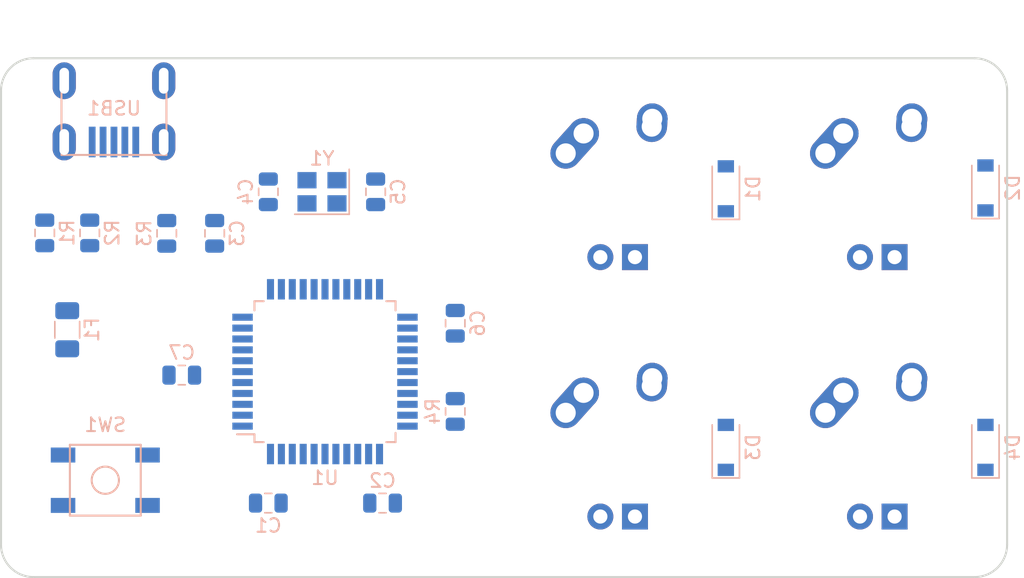
<source format=kicad_pcb>
(kicad_pcb (version 20171130) (host pcbnew "(5.0.2-5-10.14)")

  (general
    (thickness 1.6)
    (drawings 8)
    (tracks 0)
    (zones 0)
    (modules 24)
    (nets 57)
  )

  (page A4)
  (layers
    (0 F.Cu signal)
    (31 B.Cu signal)
    (32 B.Adhes user)
    (33 F.Adhes user)
    (34 B.Paste user)
    (35 F.Paste user)
    (36 B.SilkS user)
    (37 F.SilkS user)
    (38 B.Mask user)
    (39 F.Mask user)
    (40 Dwgs.User user)
    (41 Cmts.User user)
    (42 Eco1.User user)
    (43 Eco2.User user)
    (44 Edge.Cuts user)
    (45 Margin user)
    (46 B.CrtYd user)
    (47 F.CrtYd user)
    (48 B.Fab user)
    (49 F.Fab user)
  )

  (setup
    (last_trace_width 0.25)
    (trace_clearance 0.2)
    (zone_clearance 0.508)
    (zone_45_only no)
    (trace_min 0.2)
    (segment_width 0.2)
    (edge_width 0.15)
    (via_size 0.8)
    (via_drill 0.4)
    (via_min_size 0.4)
    (via_min_drill 0.3)
    (uvia_size 0.3)
    (uvia_drill 0.1)
    (uvias_allowed no)
    (uvia_min_size 0.2)
    (uvia_min_drill 0.1)
    (pcb_text_width 0.3)
    (pcb_text_size 1.5 1.5)
    (mod_edge_width 0.15)
    (mod_text_size 1 1)
    (mod_text_width 0.15)
    (pad_size 1.524 1.524)
    (pad_drill 0.762)
    (pad_to_mask_clearance 0.051)
    (solder_mask_min_width 0.25)
    (aux_axis_origin 0 0)
    (visible_elements FFFFFF7F)
    (pcbplotparams
      (layerselection 0x010fc_ffffffff)
      (usegerberextensions false)
      (usegerberattributes false)
      (usegerberadvancedattributes false)
      (creategerberjobfile false)
      (excludeedgelayer true)
      (linewidth 0.100000)
      (plotframeref false)
      (viasonmask false)
      (mode 1)
      (useauxorigin false)
      (hpglpennumber 1)
      (hpglpenspeed 20)
      (hpglpendiameter 15.000000)
      (psnegative false)
      (psa4output false)
      (plotreference true)
      (plotvalue true)
      (plotinvisibletext false)
      (padsonsilk false)
      (subtractmaskfromsilk false)
      (outputformat 1)
      (mirror false)
      (drillshape 1)
      (scaleselection 1)
      (outputdirectory ""))
  )

  (net 0 "")
  (net 1 +5V)
  (net 2 GND)
  (net 3 "Net-(C4-Pad1)")
  (net 4 "Net-(C5-Pad1)")
  (net 5 "Net-(C7-Pad1)")
  (net 6 ROW0)
  (net 7 "Net-(D1-Pad2)")
  (net 8 "Net-(D2-Pad1)")
  (net 9 "Net-(D2-Pad2)")
  (net 10 "Net-(D3-Pad2)")
  (net 11 "Net-(D4-Pad2)")
  (net 12 "Net-(D4-Pad1)")
  (net 13 VCC)
  (net 14 COL0)
  (net 15 "Net-(MX1-Pad3)")
  (net 16 "Net-(MX1-Pad4)")
  (net 17 "Net-(MX2-Pad3)")
  (net 18 ROW1)
  (net 19 "Net-(MX3-Pad4)")
  (net 20 "Net-(MX3-Pad3)")
  (net 21 COL1)
  (net 22 "Net-(MX4-Pad3)")
  (net 23 "Net-(R1-Pad1)")
  (net 24 D-)
  (net 25 D+)
  (net 26 "Net-(R2-Pad1)")
  (net 27 "Net-(R3-Pad2)")
  (net 28 "Net-(R4-Pad2)")
  (net 29 "Net-(U1-Pad1)")
  (net 30 "Net-(U1-Pad8)")
  (net 31 "Net-(U1-Pad9)")
  (net 32 "Net-(U1-Pad10)")
  (net 33 "Net-(U1-Pad11)")
  (net 34 "Net-(U1-Pad12)")
  (net 35 "Net-(U1-Pad18)")
  (net 36 "Net-(U1-Pad19)")
  (net 37 "Net-(U1-Pad20)")
  (net 38 "Net-(U1-Pad21)")
  (net 39 "Net-(U1-Pad22)")
  (net 40 "Net-(U1-Pad25)")
  (net 41 "Net-(U1-Pad26)")
  (net 42 "Net-(U1-Pad27)")
  (net 43 "Net-(U1-Pad28)")
  (net 44 "Net-(U1-Pad29)")
  (net 45 "Net-(U1-Pad30)")
  (net 46 "Net-(U1-Pad31)")
  (net 47 "Net-(U1-Pad32)")
  (net 48 "Net-(U1-Pad36)")
  (net 49 "Net-(U1-Pad37)")
  (net 50 "Net-(U1-Pad38)")
  (net 51 "Net-(U1-Pad39)")
  (net 52 "Net-(U1-Pad40)")
  (net 53 "Net-(U1-Pad41)")
  (net 54 "Net-(U1-Pad42)")
  (net 55 "Net-(USB1-Pad2)")
  (net 56 "Net-(USB1-Pad6)")

  (net_class Default "This is the default net class."
    (clearance 0.2)
    (trace_width 0.25)
    (via_dia 0.8)
    (via_drill 0.4)
    (uvia_dia 0.3)
    (uvia_drill 0.1)
    (add_net +5V)
    (add_net COL0)
    (add_net COL1)
    (add_net D+)
    (add_net D-)
    (add_net GND)
    (add_net "Net-(C4-Pad1)")
    (add_net "Net-(C5-Pad1)")
    (add_net "Net-(C7-Pad1)")
    (add_net "Net-(D1-Pad2)")
    (add_net "Net-(D2-Pad1)")
    (add_net "Net-(D2-Pad2)")
    (add_net "Net-(D3-Pad2)")
    (add_net "Net-(D4-Pad1)")
    (add_net "Net-(D4-Pad2)")
    (add_net "Net-(MX1-Pad3)")
    (add_net "Net-(MX1-Pad4)")
    (add_net "Net-(MX2-Pad3)")
    (add_net "Net-(MX3-Pad3)")
    (add_net "Net-(MX3-Pad4)")
    (add_net "Net-(MX4-Pad3)")
    (add_net "Net-(R1-Pad1)")
    (add_net "Net-(R2-Pad1)")
    (add_net "Net-(R3-Pad2)")
    (add_net "Net-(R4-Pad2)")
    (add_net "Net-(U1-Pad1)")
    (add_net "Net-(U1-Pad10)")
    (add_net "Net-(U1-Pad11)")
    (add_net "Net-(U1-Pad12)")
    (add_net "Net-(U1-Pad18)")
    (add_net "Net-(U1-Pad19)")
    (add_net "Net-(U1-Pad20)")
    (add_net "Net-(U1-Pad21)")
    (add_net "Net-(U1-Pad22)")
    (add_net "Net-(U1-Pad25)")
    (add_net "Net-(U1-Pad26)")
    (add_net "Net-(U1-Pad27)")
    (add_net "Net-(U1-Pad28)")
    (add_net "Net-(U1-Pad29)")
    (add_net "Net-(U1-Pad30)")
    (add_net "Net-(U1-Pad31)")
    (add_net "Net-(U1-Pad32)")
    (add_net "Net-(U1-Pad36)")
    (add_net "Net-(U1-Pad37)")
    (add_net "Net-(U1-Pad38)")
    (add_net "Net-(U1-Pad39)")
    (add_net "Net-(U1-Pad40)")
    (add_net "Net-(U1-Pad41)")
    (add_net "Net-(U1-Pad42)")
    (add_net "Net-(U1-Pad8)")
    (add_net "Net-(U1-Pad9)")
    (add_net "Net-(USB1-Pad2)")
    (add_net "Net-(USB1-Pad6)")
    (add_net ROW0)
    (add_net ROW1)
    (add_net VCC)
  )

  (module Capacitor_SMD:C_0805_2012Metric (layer B.Cu) (tedit 5B36C52B) (tstamp 5C8BB231)
    (at 88.668085 127.918114)
    (descr "Capacitor SMD 0805 (2012 Metric), square (rectangular) end terminal, IPC_7351 nominal, (Body size source: https://docs.google.com/spreadsheets/d/1BsfQQcO9C6DZCsRaXUlFlo91Tg2WpOkGARC1WS5S8t0/edit?usp=sharing), generated with kicad-footprint-generator")
    (tags capacitor)
    (path /5C91E92F)
    (attr smd)
    (fp_text reference C1 (at 0 1.65) (layer B.SilkS)
      (effects (font (size 1 1) (thickness 0.15)) (justify mirror))
    )
    (fp_text value 0.1uF (at 0 -1.65) (layer B.Fab)
      (effects (font (size 1 1) (thickness 0.15)) (justify mirror))
    )
    (fp_line (start -1 -0.6) (end -1 0.6) (layer B.Fab) (width 0.1))
    (fp_line (start -1 0.6) (end 1 0.6) (layer B.Fab) (width 0.1))
    (fp_line (start 1 0.6) (end 1 -0.6) (layer B.Fab) (width 0.1))
    (fp_line (start 1 -0.6) (end -1 -0.6) (layer B.Fab) (width 0.1))
    (fp_line (start -0.258578 0.71) (end 0.258578 0.71) (layer B.SilkS) (width 0.12))
    (fp_line (start -0.258578 -0.71) (end 0.258578 -0.71) (layer B.SilkS) (width 0.12))
    (fp_line (start -1.68 -0.95) (end -1.68 0.95) (layer B.CrtYd) (width 0.05))
    (fp_line (start -1.68 0.95) (end 1.68 0.95) (layer B.CrtYd) (width 0.05))
    (fp_line (start 1.68 0.95) (end 1.68 -0.95) (layer B.CrtYd) (width 0.05))
    (fp_line (start 1.68 -0.95) (end -1.68 -0.95) (layer B.CrtYd) (width 0.05))
    (fp_text user %R (at 0 0) (layer B.Fab)
      (effects (font (size 0.5 0.5) (thickness 0.08)) (justify mirror))
    )
    (pad 1 smd roundrect (at -0.9375 0) (size 0.975 1.4) (layers B.Cu B.Paste B.Mask) (roundrect_rratio 0.25)
      (net 1 +5V))
    (pad 2 smd roundrect (at 0.9375 0) (size 0.975 1.4) (layers B.Cu B.Paste B.Mask) (roundrect_rratio 0.25)
      (net 2 GND))
    (model ${KISYS3DMOD}/Capacitor_SMD.3dshapes/C_0805_2012Metric.wrl
      (at (xyz 0 0 0))
      (scale (xyz 1 1 1))
      (rotate (xyz 0 0 0))
    )
  )

  (module Capacitor_SMD:C_0805_2012Metric (layer B.Cu) (tedit 5B36C52B) (tstamp 5C8BB201)
    (at 97.050085 127.918114 180)
    (descr "Capacitor SMD 0805 (2012 Metric), square (rectangular) end terminal, IPC_7351 nominal, (Body size source: https://docs.google.com/spreadsheets/d/1BsfQQcO9C6DZCsRaXUlFlo91Tg2WpOkGARC1WS5S8t0/edit?usp=sharing), generated with kicad-footprint-generator")
    (tags capacitor)
    (path /5C91DA83)
    (attr smd)
    (fp_text reference C2 (at 0 1.65 180) (layer B.SilkS)
      (effects (font (size 1 1) (thickness 0.15)) (justify mirror))
    )
    (fp_text value 0.1uF (at 0 -1.65 180) (layer B.Fab)
      (effects (font (size 1 1) (thickness 0.15)) (justify mirror))
    )
    (fp_text user %R (at 0 0 180) (layer B.Fab)
      (effects (font (size 0.5 0.5) (thickness 0.08)) (justify mirror))
    )
    (fp_line (start 1.68 -0.95) (end -1.68 -0.95) (layer B.CrtYd) (width 0.05))
    (fp_line (start 1.68 0.95) (end 1.68 -0.95) (layer B.CrtYd) (width 0.05))
    (fp_line (start -1.68 0.95) (end 1.68 0.95) (layer B.CrtYd) (width 0.05))
    (fp_line (start -1.68 -0.95) (end -1.68 0.95) (layer B.CrtYd) (width 0.05))
    (fp_line (start -0.258578 -0.71) (end 0.258578 -0.71) (layer B.SilkS) (width 0.12))
    (fp_line (start -0.258578 0.71) (end 0.258578 0.71) (layer B.SilkS) (width 0.12))
    (fp_line (start 1 -0.6) (end -1 -0.6) (layer B.Fab) (width 0.1))
    (fp_line (start 1 0.6) (end 1 -0.6) (layer B.Fab) (width 0.1))
    (fp_line (start -1 0.6) (end 1 0.6) (layer B.Fab) (width 0.1))
    (fp_line (start -1 -0.6) (end -1 0.6) (layer B.Fab) (width 0.1))
    (pad 2 smd roundrect (at 0.9375 0 180) (size 0.975 1.4) (layers B.Cu B.Paste B.Mask) (roundrect_rratio 0.25)
      (net 2 GND))
    (pad 1 smd roundrect (at -0.9375 0 180) (size 0.975 1.4) (layers B.Cu B.Paste B.Mask) (roundrect_rratio 0.25)
      (net 1 +5V))
    (model ${KISYS3DMOD}/Capacitor_SMD.3dshapes/C_0805_2012Metric.wrl
      (at (xyz 0 0 0))
      (scale (xyz 1 1 1))
      (rotate (xyz 0 0 0))
    )
  )

  (module Capacitor_SMD:C_0805_2012Metric (layer B.Cu) (tedit 5B36C52B) (tstamp 5C8BB1D1)
    (at 84.731085 108.106114 90)
    (descr "Capacitor SMD 0805 (2012 Metric), square (rectangular) end terminal, IPC_7351 nominal, (Body size source: https://docs.google.com/spreadsheets/d/1BsfQQcO9C6DZCsRaXUlFlo91Tg2WpOkGARC1WS5S8t0/edit?usp=sharing), generated with kicad-footprint-generator")
    (tags capacitor)
    (path /5C91E543)
    (attr smd)
    (fp_text reference C3 (at 0 1.65 90) (layer B.SilkS)
      (effects (font (size 1 1) (thickness 0.15)) (justify mirror))
    )
    (fp_text value 0.1uF (at 0 -1.65 90) (layer B.Fab)
      (effects (font (size 1 1) (thickness 0.15)) (justify mirror))
    )
    (fp_line (start -1 -0.6) (end -1 0.6) (layer B.Fab) (width 0.1))
    (fp_line (start -1 0.6) (end 1 0.6) (layer B.Fab) (width 0.1))
    (fp_line (start 1 0.6) (end 1 -0.6) (layer B.Fab) (width 0.1))
    (fp_line (start 1 -0.6) (end -1 -0.6) (layer B.Fab) (width 0.1))
    (fp_line (start -0.258578 0.71) (end 0.258578 0.71) (layer B.SilkS) (width 0.12))
    (fp_line (start -0.258578 -0.71) (end 0.258578 -0.71) (layer B.SilkS) (width 0.12))
    (fp_line (start -1.68 -0.95) (end -1.68 0.95) (layer B.CrtYd) (width 0.05))
    (fp_line (start -1.68 0.95) (end 1.68 0.95) (layer B.CrtYd) (width 0.05))
    (fp_line (start 1.68 0.95) (end 1.68 -0.95) (layer B.CrtYd) (width 0.05))
    (fp_line (start 1.68 -0.95) (end -1.68 -0.95) (layer B.CrtYd) (width 0.05))
    (fp_text user %R (at 0 0 90) (layer B.Fab)
      (effects (font (size 0.5 0.5) (thickness 0.08)) (justify mirror))
    )
    (pad 1 smd roundrect (at -0.9375 0 90) (size 0.975 1.4) (layers B.Cu B.Paste B.Mask) (roundrect_rratio 0.25)
      (net 1 +5V))
    (pad 2 smd roundrect (at 0.9375 0 90) (size 0.975 1.4) (layers B.Cu B.Paste B.Mask) (roundrect_rratio 0.25)
      (net 2 GND))
    (model ${KISYS3DMOD}/Capacitor_SMD.3dshapes/C_0805_2012Metric.wrl
      (at (xyz 0 0 0))
      (scale (xyz 1 1 1))
      (rotate (xyz 0 0 0))
    )
  )

  (module Capacitor_SMD:C_0805_2012Metric (layer B.Cu) (tedit 5B36C52B) (tstamp 5C8BB1A1)
    (at 88.668085 105.058114 270)
    (descr "Capacitor SMD 0805 (2012 Metric), square (rectangular) end terminal, IPC_7351 nominal, (Body size source: https://docs.google.com/spreadsheets/d/1BsfQQcO9C6DZCsRaXUlFlo91Tg2WpOkGARC1WS5S8t0/edit?usp=sharing), generated with kicad-footprint-generator")
    (tags capacitor)
    (path /5C929E7E)
    (attr smd)
    (fp_text reference C4 (at 0 1.65 270) (layer B.SilkS)
      (effects (font (size 1 1) (thickness 0.15)) (justify mirror))
    )
    (fp_text value 22pF (at 0 -1.65 270) (layer B.Fab)
      (effects (font (size 1 1) (thickness 0.15)) (justify mirror))
    )
    (fp_text user %R (at 0 0 270) (layer B.Fab)
      (effects (font (size 0.5 0.5) (thickness 0.08)) (justify mirror))
    )
    (fp_line (start 1.68 -0.95) (end -1.68 -0.95) (layer B.CrtYd) (width 0.05))
    (fp_line (start 1.68 0.95) (end 1.68 -0.95) (layer B.CrtYd) (width 0.05))
    (fp_line (start -1.68 0.95) (end 1.68 0.95) (layer B.CrtYd) (width 0.05))
    (fp_line (start -1.68 -0.95) (end -1.68 0.95) (layer B.CrtYd) (width 0.05))
    (fp_line (start -0.258578 -0.71) (end 0.258578 -0.71) (layer B.SilkS) (width 0.12))
    (fp_line (start -0.258578 0.71) (end 0.258578 0.71) (layer B.SilkS) (width 0.12))
    (fp_line (start 1 -0.6) (end -1 -0.6) (layer B.Fab) (width 0.1))
    (fp_line (start 1 0.6) (end 1 -0.6) (layer B.Fab) (width 0.1))
    (fp_line (start -1 0.6) (end 1 0.6) (layer B.Fab) (width 0.1))
    (fp_line (start -1 -0.6) (end -1 0.6) (layer B.Fab) (width 0.1))
    (pad 2 smd roundrect (at 0.9375 0 270) (size 0.975 1.4) (layers B.Cu B.Paste B.Mask) (roundrect_rratio 0.25)
      (net 2 GND))
    (pad 1 smd roundrect (at -0.9375 0 270) (size 0.975 1.4) (layers B.Cu B.Paste B.Mask) (roundrect_rratio 0.25)
      (net 3 "Net-(C4-Pad1)"))
    (model ${KISYS3DMOD}/Capacitor_SMD.3dshapes/C_0805_2012Metric.wrl
      (at (xyz 0 0 0))
      (scale (xyz 1 1 1))
      (rotate (xyz 0 0 0))
    )
  )

  (module Capacitor_SMD:C_0805_2012Metric (layer B.Cu) (tedit 5B36C52B) (tstamp 5C8BB171)
    (at 96.542085 105.058114 90)
    (descr "Capacitor SMD 0805 (2012 Metric), square (rectangular) end terminal, IPC_7351 nominal, (Body size source: https://docs.google.com/spreadsheets/d/1BsfQQcO9C6DZCsRaXUlFlo91Tg2WpOkGARC1WS5S8t0/edit?usp=sharing), generated with kicad-footprint-generator")
    (tags capacitor)
    (path /5C92A153)
    (attr smd)
    (fp_text reference C5 (at 0 1.65 90) (layer B.SilkS)
      (effects (font (size 1 1) (thickness 0.15)) (justify mirror))
    )
    (fp_text value 22pF (at 0 -1.65 90) (layer B.Fab)
      (effects (font (size 1 1) (thickness 0.15)) (justify mirror))
    )
    (fp_line (start -1 -0.6) (end -1 0.6) (layer B.Fab) (width 0.1))
    (fp_line (start -1 0.6) (end 1 0.6) (layer B.Fab) (width 0.1))
    (fp_line (start 1 0.6) (end 1 -0.6) (layer B.Fab) (width 0.1))
    (fp_line (start 1 -0.6) (end -1 -0.6) (layer B.Fab) (width 0.1))
    (fp_line (start -0.258578 0.71) (end 0.258578 0.71) (layer B.SilkS) (width 0.12))
    (fp_line (start -0.258578 -0.71) (end 0.258578 -0.71) (layer B.SilkS) (width 0.12))
    (fp_line (start -1.68 -0.95) (end -1.68 0.95) (layer B.CrtYd) (width 0.05))
    (fp_line (start -1.68 0.95) (end 1.68 0.95) (layer B.CrtYd) (width 0.05))
    (fp_line (start 1.68 0.95) (end 1.68 -0.95) (layer B.CrtYd) (width 0.05))
    (fp_line (start 1.68 -0.95) (end -1.68 -0.95) (layer B.CrtYd) (width 0.05))
    (fp_text user %R (at 0 0 90) (layer B.Fab)
      (effects (font (size 0.5 0.5) (thickness 0.08)) (justify mirror))
    )
    (pad 1 smd roundrect (at -0.9375 0 90) (size 0.975 1.4) (layers B.Cu B.Paste B.Mask) (roundrect_rratio 0.25)
      (net 4 "Net-(C5-Pad1)"))
    (pad 2 smd roundrect (at 0.9375 0 90) (size 0.975 1.4) (layers B.Cu B.Paste B.Mask) (roundrect_rratio 0.25)
      (net 2 GND))
    (model ${KISYS3DMOD}/Capacitor_SMD.3dshapes/C_0805_2012Metric.wrl
      (at (xyz 0 0 0))
      (scale (xyz 1 1 1))
      (rotate (xyz 0 0 0))
    )
  )

  (module Capacitor_SMD:C_0805_2012Metric (layer B.Cu) (tedit 5B36C52B) (tstamp 5C8BB141)
    (at 102.384085 114.710114 90)
    (descr "Capacitor SMD 0805 (2012 Metric), square (rectangular) end terminal, IPC_7351 nominal, (Body size source: https://docs.google.com/spreadsheets/d/1BsfQQcO9C6DZCsRaXUlFlo91Tg2WpOkGARC1WS5S8t0/edit?usp=sharing), generated with kicad-footprint-generator")
    (tags capacitor)
    (path /5C91E89E)
    (attr smd)
    (fp_text reference C6 (at 0 1.65 90) (layer B.SilkS)
      (effects (font (size 1 1) (thickness 0.15)) (justify mirror))
    )
    (fp_text value 0.1uF (at 0 -1.65 90) (layer B.Fab)
      (effects (font (size 1 1) (thickness 0.15)) (justify mirror))
    )
    (fp_text user %R (at 0 0 90) (layer B.Fab)
      (effects (font (size 0.5 0.5) (thickness 0.08)) (justify mirror))
    )
    (fp_line (start 1.68 -0.95) (end -1.68 -0.95) (layer B.CrtYd) (width 0.05))
    (fp_line (start 1.68 0.95) (end 1.68 -0.95) (layer B.CrtYd) (width 0.05))
    (fp_line (start -1.68 0.95) (end 1.68 0.95) (layer B.CrtYd) (width 0.05))
    (fp_line (start -1.68 -0.95) (end -1.68 0.95) (layer B.CrtYd) (width 0.05))
    (fp_line (start -0.258578 -0.71) (end 0.258578 -0.71) (layer B.SilkS) (width 0.12))
    (fp_line (start -0.258578 0.71) (end 0.258578 0.71) (layer B.SilkS) (width 0.12))
    (fp_line (start 1 -0.6) (end -1 -0.6) (layer B.Fab) (width 0.1))
    (fp_line (start 1 0.6) (end 1 -0.6) (layer B.Fab) (width 0.1))
    (fp_line (start -1 0.6) (end 1 0.6) (layer B.Fab) (width 0.1))
    (fp_line (start -1 -0.6) (end -1 0.6) (layer B.Fab) (width 0.1))
    (pad 2 smd roundrect (at 0.9375 0 90) (size 0.975 1.4) (layers B.Cu B.Paste B.Mask) (roundrect_rratio 0.25)
      (net 2 GND))
    (pad 1 smd roundrect (at -0.9375 0 90) (size 0.975 1.4) (layers B.Cu B.Paste B.Mask) (roundrect_rratio 0.25)
      (net 1 +5V))
    (model ${KISYS3DMOD}/Capacitor_SMD.3dshapes/C_0805_2012Metric.wrl
      (at (xyz 0 0 0))
      (scale (xyz 1 1 1))
      (rotate (xyz 0 0 0))
    )
  )

  (module Capacitor_SMD:C_0805_2012Metric (layer B.Cu) (tedit 5B36C52B) (tstamp 5C8BB111)
    (at 82.318085 118.520114 180)
    (descr "Capacitor SMD 0805 (2012 Metric), square (rectangular) end terminal, IPC_7351 nominal, (Body size source: https://docs.google.com/spreadsheets/d/1BsfQQcO9C6DZCsRaXUlFlo91Tg2WpOkGARC1WS5S8t0/edit?usp=sharing), generated with kicad-footprint-generator")
    (tags capacitor)
    (path /5C91D1D3)
    (attr smd)
    (fp_text reference C7 (at 0 1.65 180) (layer B.SilkS)
      (effects (font (size 1 1) (thickness 0.15)) (justify mirror))
    )
    (fp_text value 1uF (at 0 -1.65 180) (layer B.Fab)
      (effects (font (size 1 1) (thickness 0.15)) (justify mirror))
    )
    (fp_line (start -1 -0.6) (end -1 0.6) (layer B.Fab) (width 0.1))
    (fp_line (start -1 0.6) (end 1 0.6) (layer B.Fab) (width 0.1))
    (fp_line (start 1 0.6) (end 1 -0.6) (layer B.Fab) (width 0.1))
    (fp_line (start 1 -0.6) (end -1 -0.6) (layer B.Fab) (width 0.1))
    (fp_line (start -0.258578 0.71) (end 0.258578 0.71) (layer B.SilkS) (width 0.12))
    (fp_line (start -0.258578 -0.71) (end 0.258578 -0.71) (layer B.SilkS) (width 0.12))
    (fp_line (start -1.68 -0.95) (end -1.68 0.95) (layer B.CrtYd) (width 0.05))
    (fp_line (start -1.68 0.95) (end 1.68 0.95) (layer B.CrtYd) (width 0.05))
    (fp_line (start 1.68 0.95) (end 1.68 -0.95) (layer B.CrtYd) (width 0.05))
    (fp_line (start 1.68 -0.95) (end -1.68 -0.95) (layer B.CrtYd) (width 0.05))
    (fp_text user %R (at 0 0 180) (layer B.Fab)
      (effects (font (size 0.5 0.5) (thickness 0.08)) (justify mirror))
    )
    (pad 1 smd roundrect (at -0.9375 0 180) (size 0.975 1.4) (layers B.Cu B.Paste B.Mask) (roundrect_rratio 0.25)
      (net 5 "Net-(C7-Pad1)"))
    (pad 2 smd roundrect (at 0.9375 0 180) (size 0.975 1.4) (layers B.Cu B.Paste B.Mask) (roundrect_rratio 0.25)
      (net 2 GND))
    (model ${KISYS3DMOD}/Capacitor_SMD.3dshapes/C_0805_2012Metric.wrl
      (at (xyz 0 0 0))
      (scale (xyz 1 1 1))
      (rotate (xyz 0 0 0))
    )
  )

  (module Diode_SMD:D_SOD-123 (layer B.Cu) (tedit 58645DC7) (tstamp 5C8B95D5)
    (at 122.2375 104.8375 90)
    (descr SOD-123)
    (tags SOD-123)
    (path /5C94A43B)
    (attr smd)
    (fp_text reference D1 (at 0 2 90) (layer B.SilkS)
      (effects (font (size 1 1) (thickness 0.15)) (justify mirror))
    )
    (fp_text value D_Small (at 0 -2.1 90) (layer B.Fab)
      (effects (font (size 1 1) (thickness 0.15)) (justify mirror))
    )
    (fp_text user %R (at 0 2 90) (layer B.Fab)
      (effects (font (size 1 1) (thickness 0.15)) (justify mirror))
    )
    (fp_line (start -2.25 1) (end -2.25 -1) (layer B.SilkS) (width 0.12))
    (fp_line (start 0.25 0) (end 0.75 0) (layer B.Fab) (width 0.1))
    (fp_line (start 0.25 -0.4) (end -0.35 0) (layer B.Fab) (width 0.1))
    (fp_line (start 0.25 0.4) (end 0.25 -0.4) (layer B.Fab) (width 0.1))
    (fp_line (start -0.35 0) (end 0.25 0.4) (layer B.Fab) (width 0.1))
    (fp_line (start -0.35 0) (end -0.35 -0.55) (layer B.Fab) (width 0.1))
    (fp_line (start -0.35 0) (end -0.35 0.55) (layer B.Fab) (width 0.1))
    (fp_line (start -0.75 0) (end -0.35 0) (layer B.Fab) (width 0.1))
    (fp_line (start -1.4 -0.9) (end -1.4 0.9) (layer B.Fab) (width 0.1))
    (fp_line (start 1.4 -0.9) (end -1.4 -0.9) (layer B.Fab) (width 0.1))
    (fp_line (start 1.4 0.9) (end 1.4 -0.9) (layer B.Fab) (width 0.1))
    (fp_line (start -1.4 0.9) (end 1.4 0.9) (layer B.Fab) (width 0.1))
    (fp_line (start -2.35 1.15) (end 2.35 1.15) (layer B.CrtYd) (width 0.05))
    (fp_line (start 2.35 1.15) (end 2.35 -1.15) (layer B.CrtYd) (width 0.05))
    (fp_line (start 2.35 -1.15) (end -2.35 -1.15) (layer B.CrtYd) (width 0.05))
    (fp_line (start -2.35 1.15) (end -2.35 -1.15) (layer B.CrtYd) (width 0.05))
    (fp_line (start -2.25 -1) (end 1.65 -1) (layer B.SilkS) (width 0.12))
    (fp_line (start -2.25 1) (end 1.65 1) (layer B.SilkS) (width 0.12))
    (pad 1 smd rect (at -1.65 0 90) (size 0.9 1.2) (layers B.Cu B.Paste B.Mask)
      (net 6 ROW0))
    (pad 2 smd rect (at 1.65 0 90) (size 0.9 1.2) (layers B.Cu B.Paste B.Mask)
      (net 7 "Net-(D1-Pad2)"))
    (model ${KISYS3DMOD}/Diode_SMD.3dshapes/D_SOD-123.wrl
      (at (xyz 0 0 0))
      (scale (xyz 1 1 1))
      (rotate (xyz 0 0 0))
    )
  )

  (module Diode_SMD:D_SOD-123 (layer B.Cu) (tedit 58645DC7) (tstamp 5C8B958D)
    (at 141.2875 104.775 90)
    (descr SOD-123)
    (tags SOD-123)
    (path /5C952AFA)
    (attr smd)
    (fp_text reference D2 (at 0 2 90) (layer B.SilkS)
      (effects (font (size 1 1) (thickness 0.15)) (justify mirror))
    )
    (fp_text value D_Small (at 0 -2.1 90) (layer B.Fab)
      (effects (font (size 1 1) (thickness 0.15)) (justify mirror))
    )
    (fp_text user %R (at 0 2 90) (layer B.Fab)
      (effects (font (size 1 1) (thickness 0.15)) (justify mirror))
    )
    (fp_line (start -2.25 1) (end -2.25 -1) (layer B.SilkS) (width 0.12))
    (fp_line (start 0.25 0) (end 0.75 0) (layer B.Fab) (width 0.1))
    (fp_line (start 0.25 -0.4) (end -0.35 0) (layer B.Fab) (width 0.1))
    (fp_line (start 0.25 0.4) (end 0.25 -0.4) (layer B.Fab) (width 0.1))
    (fp_line (start -0.35 0) (end 0.25 0.4) (layer B.Fab) (width 0.1))
    (fp_line (start -0.35 0) (end -0.35 -0.55) (layer B.Fab) (width 0.1))
    (fp_line (start -0.35 0) (end -0.35 0.55) (layer B.Fab) (width 0.1))
    (fp_line (start -0.75 0) (end -0.35 0) (layer B.Fab) (width 0.1))
    (fp_line (start -1.4 -0.9) (end -1.4 0.9) (layer B.Fab) (width 0.1))
    (fp_line (start 1.4 -0.9) (end -1.4 -0.9) (layer B.Fab) (width 0.1))
    (fp_line (start 1.4 0.9) (end 1.4 -0.9) (layer B.Fab) (width 0.1))
    (fp_line (start -1.4 0.9) (end 1.4 0.9) (layer B.Fab) (width 0.1))
    (fp_line (start -2.35 1.15) (end 2.35 1.15) (layer B.CrtYd) (width 0.05))
    (fp_line (start 2.35 1.15) (end 2.35 -1.15) (layer B.CrtYd) (width 0.05))
    (fp_line (start 2.35 -1.15) (end -2.35 -1.15) (layer B.CrtYd) (width 0.05))
    (fp_line (start -2.35 1.15) (end -2.35 -1.15) (layer B.CrtYd) (width 0.05))
    (fp_line (start -2.25 -1) (end 1.65 -1) (layer B.SilkS) (width 0.12))
    (fp_line (start -2.25 1) (end 1.65 1) (layer B.SilkS) (width 0.12))
    (pad 1 smd rect (at -1.65 0 90) (size 0.9 1.2) (layers B.Cu B.Paste B.Mask)
      (net 8 "Net-(D2-Pad1)"))
    (pad 2 smd rect (at 1.65 0 90) (size 0.9 1.2) (layers B.Cu B.Paste B.Mask)
      (net 9 "Net-(D2-Pad2)"))
    (model ${KISYS3DMOD}/Diode_SMD.3dshapes/D_SOD-123.wrl
      (at (xyz 0 0 0))
      (scale (xyz 1 1 1))
      (rotate (xyz 0 0 0))
    )
  )

  (module Diode_SMD:D_SOD-123 (layer B.Cu) (tedit 58645DC7) (tstamp 5C8B9545)
    (at 122.2375 123.825 90)
    (descr SOD-123)
    (tags SOD-123)
    (path /5C9514A5)
    (attr smd)
    (fp_text reference D3 (at 0 2 90) (layer B.SilkS)
      (effects (font (size 1 1) (thickness 0.15)) (justify mirror))
    )
    (fp_text value D_Small (at 0 -2.1 90) (layer B.Fab)
      (effects (font (size 1 1) (thickness 0.15)) (justify mirror))
    )
    (fp_line (start -2.25 1) (end 1.65 1) (layer B.SilkS) (width 0.12))
    (fp_line (start -2.25 -1) (end 1.65 -1) (layer B.SilkS) (width 0.12))
    (fp_line (start -2.35 1.15) (end -2.35 -1.15) (layer B.CrtYd) (width 0.05))
    (fp_line (start 2.35 -1.15) (end -2.35 -1.15) (layer B.CrtYd) (width 0.05))
    (fp_line (start 2.35 1.15) (end 2.35 -1.15) (layer B.CrtYd) (width 0.05))
    (fp_line (start -2.35 1.15) (end 2.35 1.15) (layer B.CrtYd) (width 0.05))
    (fp_line (start -1.4 0.9) (end 1.4 0.9) (layer B.Fab) (width 0.1))
    (fp_line (start 1.4 0.9) (end 1.4 -0.9) (layer B.Fab) (width 0.1))
    (fp_line (start 1.4 -0.9) (end -1.4 -0.9) (layer B.Fab) (width 0.1))
    (fp_line (start -1.4 -0.9) (end -1.4 0.9) (layer B.Fab) (width 0.1))
    (fp_line (start -0.75 0) (end -0.35 0) (layer B.Fab) (width 0.1))
    (fp_line (start -0.35 0) (end -0.35 0.55) (layer B.Fab) (width 0.1))
    (fp_line (start -0.35 0) (end -0.35 -0.55) (layer B.Fab) (width 0.1))
    (fp_line (start -0.35 0) (end 0.25 0.4) (layer B.Fab) (width 0.1))
    (fp_line (start 0.25 0.4) (end 0.25 -0.4) (layer B.Fab) (width 0.1))
    (fp_line (start 0.25 -0.4) (end -0.35 0) (layer B.Fab) (width 0.1))
    (fp_line (start 0.25 0) (end 0.75 0) (layer B.Fab) (width 0.1))
    (fp_line (start -2.25 1) (end -2.25 -1) (layer B.SilkS) (width 0.12))
    (fp_text user %R (at 0 2 90) (layer B.Fab)
      (effects (font (size 1 1) (thickness 0.15)) (justify mirror))
    )
    (pad 2 smd rect (at 1.65 0 90) (size 0.9 1.2) (layers B.Cu B.Paste B.Mask)
      (net 10 "Net-(D3-Pad2)"))
    (pad 1 smd rect (at -1.65 0 90) (size 0.9 1.2) (layers B.Cu B.Paste B.Mask)
      (net 6 ROW0))
    (model ${KISYS3DMOD}/Diode_SMD.3dshapes/D_SOD-123.wrl
      (at (xyz 0 0 0))
      (scale (xyz 1 1 1))
      (rotate (xyz 0 0 0))
    )
  )

  (module Diode_SMD:D_SOD-123 (layer B.Cu) (tedit 58645DC7) (tstamp 5C8B94FD)
    (at 141.2875 123.825 90)
    (descr SOD-123)
    (tags SOD-123)
    (path /5C952B09)
    (attr smd)
    (fp_text reference D4 (at 0 2 90) (layer B.SilkS)
      (effects (font (size 1 1) (thickness 0.15)) (justify mirror))
    )
    (fp_text value D_Small (at 0 -2.1 90) (layer B.Fab)
      (effects (font (size 1 1) (thickness 0.15)) (justify mirror))
    )
    (fp_line (start -2.25 1) (end 1.65 1) (layer B.SilkS) (width 0.12))
    (fp_line (start -2.25 -1) (end 1.65 -1) (layer B.SilkS) (width 0.12))
    (fp_line (start -2.35 1.15) (end -2.35 -1.15) (layer B.CrtYd) (width 0.05))
    (fp_line (start 2.35 -1.15) (end -2.35 -1.15) (layer B.CrtYd) (width 0.05))
    (fp_line (start 2.35 1.15) (end 2.35 -1.15) (layer B.CrtYd) (width 0.05))
    (fp_line (start -2.35 1.15) (end 2.35 1.15) (layer B.CrtYd) (width 0.05))
    (fp_line (start -1.4 0.9) (end 1.4 0.9) (layer B.Fab) (width 0.1))
    (fp_line (start 1.4 0.9) (end 1.4 -0.9) (layer B.Fab) (width 0.1))
    (fp_line (start 1.4 -0.9) (end -1.4 -0.9) (layer B.Fab) (width 0.1))
    (fp_line (start -1.4 -0.9) (end -1.4 0.9) (layer B.Fab) (width 0.1))
    (fp_line (start -0.75 0) (end -0.35 0) (layer B.Fab) (width 0.1))
    (fp_line (start -0.35 0) (end -0.35 0.55) (layer B.Fab) (width 0.1))
    (fp_line (start -0.35 0) (end -0.35 -0.55) (layer B.Fab) (width 0.1))
    (fp_line (start -0.35 0) (end 0.25 0.4) (layer B.Fab) (width 0.1))
    (fp_line (start 0.25 0.4) (end 0.25 -0.4) (layer B.Fab) (width 0.1))
    (fp_line (start 0.25 -0.4) (end -0.35 0) (layer B.Fab) (width 0.1))
    (fp_line (start 0.25 0) (end 0.75 0) (layer B.Fab) (width 0.1))
    (fp_line (start -2.25 1) (end -2.25 -1) (layer B.SilkS) (width 0.12))
    (fp_text user %R (at 0 2 90) (layer B.Fab)
      (effects (font (size 1 1) (thickness 0.15)) (justify mirror))
    )
    (pad 2 smd rect (at 1.65 0 90) (size 0.9 1.2) (layers B.Cu B.Paste B.Mask)
      (net 11 "Net-(D4-Pad2)"))
    (pad 1 smd rect (at -1.65 0 90) (size 0.9 1.2) (layers B.Cu B.Paste B.Mask)
      (net 12 "Net-(D4-Pad1)"))
    (model ${KISYS3DMOD}/Diode_SMD.3dshapes/D_SOD-123.wrl
      (at (xyz 0 0 0))
      (scale (xyz 1 1 1))
      (rotate (xyz 0 0 0))
    )
  )

  (module Fuse:Fuse_1206_3216Metric (layer B.Cu) (tedit 5B301BBE) (tstamp 5C8B94C5)
    (at 73.914 115.189 90)
    (descr "Fuse SMD 1206 (3216 Metric), square (rectangular) end terminal, IPC_7351 nominal, (Body size source: http://www.tortai-tech.com/upload/download/2011102023233369053.pdf), generated with kicad-footprint-generator")
    (tags resistor)
    (path /5C938C15)
    (attr smd)
    (fp_text reference F1 (at 0 1.82 90) (layer B.SilkS)
      (effects (font (size 1 1) (thickness 0.15)) (justify mirror))
    )
    (fp_text value 500mA (at 0 -1.82 90) (layer B.Fab)
      (effects (font (size 1 1) (thickness 0.15)) (justify mirror))
    )
    (fp_line (start -1.6 -0.8) (end -1.6 0.8) (layer B.Fab) (width 0.1))
    (fp_line (start -1.6 0.8) (end 1.6 0.8) (layer B.Fab) (width 0.1))
    (fp_line (start 1.6 0.8) (end 1.6 -0.8) (layer B.Fab) (width 0.1))
    (fp_line (start 1.6 -0.8) (end -1.6 -0.8) (layer B.Fab) (width 0.1))
    (fp_line (start -0.602064 0.91) (end 0.602064 0.91) (layer B.SilkS) (width 0.12))
    (fp_line (start -0.602064 -0.91) (end 0.602064 -0.91) (layer B.SilkS) (width 0.12))
    (fp_line (start -2.28 -1.12) (end -2.28 1.12) (layer B.CrtYd) (width 0.05))
    (fp_line (start -2.28 1.12) (end 2.28 1.12) (layer B.CrtYd) (width 0.05))
    (fp_line (start 2.28 1.12) (end 2.28 -1.12) (layer B.CrtYd) (width 0.05))
    (fp_line (start 2.28 -1.12) (end -2.28 -1.12) (layer B.CrtYd) (width 0.05))
    (fp_text user %R (at 0 0 90) (layer B.Fab)
      (effects (font (size 0.8 0.8) (thickness 0.12)) (justify mirror))
    )
    (pad 1 smd roundrect (at -1.4 0 90) (size 1.25 1.75) (layers B.Cu B.Paste B.Mask) (roundrect_rratio 0.2)
      (net 1 +5V))
    (pad 2 smd roundrect (at 1.4 0 90) (size 1.25 1.75) (layers B.Cu B.Paste B.Mask) (roundrect_rratio 0.2)
      (net 13 VCC))
    (model ${KISYS3DMOD}/Fuse.3dshapes/Fuse_1206_3216Metric.wrl
      (at (xyz 0 0 0))
      (scale (xyz 1 1 1))
      (rotate (xyz 0 0 0))
    )
  )

  (module MX_Alps_Hybrid:MX-1U (layer F.Cu) (tedit 5A9F3A9A) (tstamp 5C8B9485)
    (at 114.3 104.775)
    (path /5C949AF9)
    (fp_text reference MX1 (at 0 3.175) (layer Dwgs.User)
      (effects (font (size 1 1) (thickness 0.15)))
    )
    (fp_text value MX-1U (at 0 -7.9375) (layer Dwgs.User)
      (effects (font (size 1 1) (thickness 0.15)))
    )
    (fp_line (start 5 -7) (end 7 -7) (layer Dwgs.User) (width 0.15))
    (fp_line (start 7 -7) (end 7 -5) (layer Dwgs.User) (width 0.15))
    (fp_line (start 5 7) (end 7 7) (layer Dwgs.User) (width 0.15))
    (fp_line (start 7 7) (end 7 5) (layer Dwgs.User) (width 0.15))
    (fp_line (start -7 5) (end -7 7) (layer Dwgs.User) (width 0.15))
    (fp_line (start -7 7) (end -5 7) (layer Dwgs.User) (width 0.15))
    (fp_line (start -5 -7) (end -7 -7) (layer Dwgs.User) (width 0.15))
    (fp_line (start -7 -7) (end -7 -5) (layer Dwgs.User) (width 0.15))
    (fp_line (start -9.525 -9.525) (end 9.525 -9.525) (layer Dwgs.User) (width 0.15))
    (fp_line (start 9.525 -9.525) (end 9.525 9.525) (layer Dwgs.User) (width 0.15))
    (fp_line (start 9.525 9.525) (end -9.525 9.525) (layer Dwgs.User) (width 0.15))
    (fp_line (start -9.525 9.525) (end -9.525 -9.525) (layer Dwgs.User) (width 0.15))
    (pad 2 thru_hole oval (at 2.5 -4.5 86.0548) (size 2.831378 2.25) (drill 1.47 (offset 0.290689 0)) (layers *.Cu B.Mask)
      (net 7 "Net-(D1-Pad2)"))
    (pad 2 thru_hole circle (at 2.54 -5.08) (size 2.25 2.25) (drill 1.47) (layers *.Cu B.Mask)
      (net 7 "Net-(D1-Pad2)"))
    (pad 1 thru_hole oval (at -3.81 -2.54 48.0996) (size 4.211556 2.25) (drill 1.47 (offset 0.980778 0)) (layers *.Cu B.Mask)
      (net 14 COL0))
    (pad "" np_thru_hole circle (at 0 0) (size 3.9878 3.9878) (drill 3.9878) (layers *.Cu *.Mask))
    (pad 1 thru_hole circle (at -2.5 -4) (size 2.25 2.25) (drill 1.47) (layers *.Cu B.Mask)
      (net 14 COL0))
    (pad 3 thru_hole circle (at -1.27 5.08) (size 1.905 1.905) (drill 1.04) (layers *.Cu B.Mask)
      (net 15 "Net-(MX1-Pad3)"))
    (pad 4 thru_hole rect (at 1.27 5.08) (size 1.905 1.905) (drill 1.04) (layers *.Cu B.Mask)
      (net 16 "Net-(MX1-Pad4)"))
    (pad "" np_thru_hole circle (at -5.08 0 48.0996) (size 1.75 1.75) (drill 1.75) (layers *.Cu *.Mask))
    (pad "" np_thru_hole circle (at 5.08 0 48.0996) (size 1.75 1.75) (drill 1.75) (layers *.Cu *.Mask))
  )

  (module MX_Alps_Hybrid:MX-1U (layer F.Cu) (tedit 5A9F3A9A) (tstamp 5C8B943D)
    (at 133.35 104.775)
    (path /5C952AF3)
    (fp_text reference MX2 (at 0 3.175) (layer Dwgs.User)
      (effects (font (size 1 1) (thickness 0.15)))
    )
    (fp_text value MX-1U (at 0 -7.9375) (layer Dwgs.User)
      (effects (font (size 1 1) (thickness 0.15)))
    )
    (fp_line (start 5 -7) (end 7 -7) (layer Dwgs.User) (width 0.15))
    (fp_line (start 7 -7) (end 7 -5) (layer Dwgs.User) (width 0.15))
    (fp_line (start 5 7) (end 7 7) (layer Dwgs.User) (width 0.15))
    (fp_line (start 7 7) (end 7 5) (layer Dwgs.User) (width 0.15))
    (fp_line (start -7 5) (end -7 7) (layer Dwgs.User) (width 0.15))
    (fp_line (start -7 7) (end -5 7) (layer Dwgs.User) (width 0.15))
    (fp_line (start -5 -7) (end -7 -7) (layer Dwgs.User) (width 0.15))
    (fp_line (start -7 -7) (end -7 -5) (layer Dwgs.User) (width 0.15))
    (fp_line (start -9.525 -9.525) (end 9.525 -9.525) (layer Dwgs.User) (width 0.15))
    (fp_line (start 9.525 -9.525) (end 9.525 9.525) (layer Dwgs.User) (width 0.15))
    (fp_line (start 9.525 9.525) (end -9.525 9.525) (layer Dwgs.User) (width 0.15))
    (fp_line (start -9.525 9.525) (end -9.525 -9.525) (layer Dwgs.User) (width 0.15))
    (pad 2 thru_hole oval (at 2.5 -4.5 86.0548) (size 2.831378 2.25) (drill 1.47 (offset 0.290689 0)) (layers *.Cu B.Mask)
      (net 9 "Net-(D2-Pad2)"))
    (pad 2 thru_hole circle (at 2.54 -5.08) (size 2.25 2.25) (drill 1.47) (layers *.Cu B.Mask)
      (net 9 "Net-(D2-Pad2)"))
    (pad 1 thru_hole oval (at -3.81 -2.54 48.0996) (size 4.211556 2.25) (drill 1.47 (offset 0.980778 0)) (layers *.Cu B.Mask)
      (net 14 COL0))
    (pad "" np_thru_hole circle (at 0 0) (size 3.9878 3.9878) (drill 3.9878) (layers *.Cu *.Mask))
    (pad 1 thru_hole circle (at -2.5 -4) (size 2.25 2.25) (drill 1.47) (layers *.Cu B.Mask)
      (net 14 COL0))
    (pad 3 thru_hole circle (at -1.27 5.08) (size 1.905 1.905) (drill 1.04) (layers *.Cu B.Mask)
      (net 17 "Net-(MX2-Pad3)"))
    (pad 4 thru_hole rect (at 1.27 5.08) (size 1.905 1.905) (drill 1.04) (layers *.Cu B.Mask)
      (net 18 ROW1))
    (pad "" np_thru_hole circle (at -5.08 0 48.0996) (size 1.75 1.75) (drill 1.75) (layers *.Cu *.Mask))
    (pad "" np_thru_hole circle (at 5.08 0 48.0996) (size 1.75 1.75) (drill 1.75) (layers *.Cu *.Mask))
  )

  (module MX_Alps_Hybrid:MX-1U (layer F.Cu) (tedit 5A9F3A9A) (tstamp 5C8B93F5)
    (at 114.3 123.825)
    (path /5C95149E)
    (fp_text reference MX3 (at 0 3.175) (layer Dwgs.User)
      (effects (font (size 1 1) (thickness 0.15)))
    )
    (fp_text value MX-1U (at 0 -7.9375) (layer Dwgs.User)
      (effects (font (size 1 1) (thickness 0.15)))
    )
    (fp_line (start -9.525 9.525) (end -9.525 -9.525) (layer Dwgs.User) (width 0.15))
    (fp_line (start 9.525 9.525) (end -9.525 9.525) (layer Dwgs.User) (width 0.15))
    (fp_line (start 9.525 -9.525) (end 9.525 9.525) (layer Dwgs.User) (width 0.15))
    (fp_line (start -9.525 -9.525) (end 9.525 -9.525) (layer Dwgs.User) (width 0.15))
    (fp_line (start -7 -7) (end -7 -5) (layer Dwgs.User) (width 0.15))
    (fp_line (start -5 -7) (end -7 -7) (layer Dwgs.User) (width 0.15))
    (fp_line (start -7 7) (end -5 7) (layer Dwgs.User) (width 0.15))
    (fp_line (start -7 5) (end -7 7) (layer Dwgs.User) (width 0.15))
    (fp_line (start 7 7) (end 7 5) (layer Dwgs.User) (width 0.15))
    (fp_line (start 5 7) (end 7 7) (layer Dwgs.User) (width 0.15))
    (fp_line (start 7 -7) (end 7 -5) (layer Dwgs.User) (width 0.15))
    (fp_line (start 5 -7) (end 7 -7) (layer Dwgs.User) (width 0.15))
    (pad "" np_thru_hole circle (at 5.08 0 48.0996) (size 1.75 1.75) (drill 1.75) (layers *.Cu *.Mask))
    (pad "" np_thru_hole circle (at -5.08 0 48.0996) (size 1.75 1.75) (drill 1.75) (layers *.Cu *.Mask))
    (pad 4 thru_hole rect (at 1.27 5.08) (size 1.905 1.905) (drill 1.04) (layers *.Cu B.Mask)
      (net 19 "Net-(MX3-Pad4)"))
    (pad 3 thru_hole circle (at -1.27 5.08) (size 1.905 1.905) (drill 1.04) (layers *.Cu B.Mask)
      (net 20 "Net-(MX3-Pad3)"))
    (pad 1 thru_hole circle (at -2.5 -4) (size 2.25 2.25) (drill 1.47) (layers *.Cu B.Mask)
      (net 21 COL1))
    (pad "" np_thru_hole circle (at 0 0) (size 3.9878 3.9878) (drill 3.9878) (layers *.Cu *.Mask))
    (pad 1 thru_hole oval (at -3.81 -2.54 48.0996) (size 4.211556 2.25) (drill 1.47 (offset 0.980778 0)) (layers *.Cu B.Mask)
      (net 21 COL1))
    (pad 2 thru_hole circle (at 2.54 -5.08) (size 2.25 2.25) (drill 1.47) (layers *.Cu B.Mask)
      (net 10 "Net-(D3-Pad2)"))
    (pad 2 thru_hole oval (at 2.5 -4.5 86.0548) (size 2.831378 2.25) (drill 1.47 (offset 0.290689 0)) (layers *.Cu B.Mask)
      (net 10 "Net-(D3-Pad2)"))
  )

  (module MX_Alps_Hybrid:MX-1U (layer F.Cu) (tedit 5A9F3A9A) (tstamp 5C8B93AD)
    (at 133.35 123.825)
    (path /5C952B02)
    (fp_text reference MX4 (at 0 3.175) (layer Dwgs.User)
      (effects (font (size 1 1) (thickness 0.15)))
    )
    (fp_text value MX-1U (at 0 -7.9375) (layer Dwgs.User)
      (effects (font (size 1 1) (thickness 0.15)))
    )
    (fp_line (start -9.525 9.525) (end -9.525 -9.525) (layer Dwgs.User) (width 0.15))
    (fp_line (start 9.525 9.525) (end -9.525 9.525) (layer Dwgs.User) (width 0.15))
    (fp_line (start 9.525 -9.525) (end 9.525 9.525) (layer Dwgs.User) (width 0.15))
    (fp_line (start -9.525 -9.525) (end 9.525 -9.525) (layer Dwgs.User) (width 0.15))
    (fp_line (start -7 -7) (end -7 -5) (layer Dwgs.User) (width 0.15))
    (fp_line (start -5 -7) (end -7 -7) (layer Dwgs.User) (width 0.15))
    (fp_line (start -7 7) (end -5 7) (layer Dwgs.User) (width 0.15))
    (fp_line (start -7 5) (end -7 7) (layer Dwgs.User) (width 0.15))
    (fp_line (start 7 7) (end 7 5) (layer Dwgs.User) (width 0.15))
    (fp_line (start 5 7) (end 7 7) (layer Dwgs.User) (width 0.15))
    (fp_line (start 7 -7) (end 7 -5) (layer Dwgs.User) (width 0.15))
    (fp_line (start 5 -7) (end 7 -7) (layer Dwgs.User) (width 0.15))
    (pad "" np_thru_hole circle (at 5.08 0 48.0996) (size 1.75 1.75) (drill 1.75) (layers *.Cu *.Mask))
    (pad "" np_thru_hole circle (at -5.08 0 48.0996) (size 1.75 1.75) (drill 1.75) (layers *.Cu *.Mask))
    (pad 4 thru_hole rect (at 1.27 5.08) (size 1.905 1.905) (drill 1.04) (layers *.Cu B.Mask)
      (net 18 ROW1))
    (pad 3 thru_hole circle (at -1.27 5.08) (size 1.905 1.905) (drill 1.04) (layers *.Cu B.Mask)
      (net 22 "Net-(MX4-Pad3)"))
    (pad 1 thru_hole circle (at -2.5 -4) (size 2.25 2.25) (drill 1.47) (layers *.Cu B.Mask)
      (net 21 COL1))
    (pad "" np_thru_hole circle (at 0 0) (size 3.9878 3.9878) (drill 3.9878) (layers *.Cu *.Mask))
    (pad 1 thru_hole oval (at -3.81 -2.54 48.0996) (size 4.211556 2.25) (drill 1.47 (offset 0.980778 0)) (layers *.Cu B.Mask)
      (net 21 COL1))
    (pad 2 thru_hole circle (at 2.54 -5.08) (size 2.25 2.25) (drill 1.47) (layers *.Cu B.Mask)
      (net 11 "Net-(D4-Pad2)"))
    (pad 2 thru_hole oval (at 2.5 -4.5 86.0548) (size 2.831378 2.25) (drill 1.47 (offset 0.290689 0)) (layers *.Cu B.Mask)
      (net 11 "Net-(D4-Pad2)"))
  )

  (module Resistor_SMD:R_0805_2012Metric (layer B.Cu) (tedit 5B36C52B) (tstamp 5C8B9375)
    (at 72.263 108.077 90)
    (descr "Resistor SMD 0805 (2012 Metric), square (rectangular) end terminal, IPC_7351 nominal, (Body size source: https://docs.google.com/spreadsheets/d/1BsfQQcO9C6DZCsRaXUlFlo91Tg2WpOkGARC1WS5S8t0/edit?usp=sharing), generated with kicad-footprint-generator")
    (tags resistor)
    (path /5C91C723)
    (attr smd)
    (fp_text reference R1 (at 0 1.65 90) (layer B.SilkS)
      (effects (font (size 1 1) (thickness 0.15)) (justify mirror))
    )
    (fp_text value 22 (at 0 -1.65 90) (layer B.Fab)
      (effects (font (size 1 1) (thickness 0.15)) (justify mirror))
    )
    (fp_line (start -1 -0.6) (end -1 0.6) (layer B.Fab) (width 0.1))
    (fp_line (start -1 0.6) (end 1 0.6) (layer B.Fab) (width 0.1))
    (fp_line (start 1 0.6) (end 1 -0.6) (layer B.Fab) (width 0.1))
    (fp_line (start 1 -0.6) (end -1 -0.6) (layer B.Fab) (width 0.1))
    (fp_line (start -0.258578 0.71) (end 0.258578 0.71) (layer B.SilkS) (width 0.12))
    (fp_line (start -0.258578 -0.71) (end 0.258578 -0.71) (layer B.SilkS) (width 0.12))
    (fp_line (start -1.68 -0.95) (end -1.68 0.95) (layer B.CrtYd) (width 0.05))
    (fp_line (start -1.68 0.95) (end 1.68 0.95) (layer B.CrtYd) (width 0.05))
    (fp_line (start 1.68 0.95) (end 1.68 -0.95) (layer B.CrtYd) (width 0.05))
    (fp_line (start 1.68 -0.95) (end -1.68 -0.95) (layer B.CrtYd) (width 0.05))
    (fp_text user %R (at 0 0 90) (layer B.Fab)
      (effects (font (size 0.5 0.5) (thickness 0.08)) (justify mirror))
    )
    (pad 1 smd roundrect (at -0.9375 0 90) (size 0.975 1.4) (layers B.Cu B.Paste B.Mask) (roundrect_rratio 0.25)
      (net 23 "Net-(R1-Pad1)"))
    (pad 2 smd roundrect (at 0.9375 0 90) (size 0.975 1.4) (layers B.Cu B.Paste B.Mask) (roundrect_rratio 0.25)
      (net 24 D-))
    (model ${KISYS3DMOD}/Resistor_SMD.3dshapes/R_0805_2012Metric.wrl
      (at (xyz 0 0 0))
      (scale (xyz 1 1 1))
      (rotate (xyz 0 0 0))
    )
  )

  (module Resistor_SMD:R_0805_2012Metric (layer B.Cu) (tedit 5B36C52B) (tstamp 5C8B9345)
    (at 75.565 108.077 90)
    (descr "Resistor SMD 0805 (2012 Metric), square (rectangular) end terminal, IPC_7351 nominal, (Body size source: https://docs.google.com/spreadsheets/d/1BsfQQcO9C6DZCsRaXUlFlo91Tg2WpOkGARC1WS5S8t0/edit?usp=sharing), generated with kicad-footprint-generator")
    (tags resistor)
    (path /5C91C625)
    (attr smd)
    (fp_text reference R2 (at 0 1.65 90) (layer B.SilkS)
      (effects (font (size 1 1) (thickness 0.15)) (justify mirror))
    )
    (fp_text value 22 (at 0 -1.65 90) (layer B.Fab)
      (effects (font (size 1 1) (thickness 0.15)) (justify mirror))
    )
    (fp_text user %R (at 0 0 90) (layer B.Fab)
      (effects (font (size 0.5 0.5) (thickness 0.08)) (justify mirror))
    )
    (fp_line (start 1.68 -0.95) (end -1.68 -0.95) (layer B.CrtYd) (width 0.05))
    (fp_line (start 1.68 0.95) (end 1.68 -0.95) (layer B.CrtYd) (width 0.05))
    (fp_line (start -1.68 0.95) (end 1.68 0.95) (layer B.CrtYd) (width 0.05))
    (fp_line (start -1.68 -0.95) (end -1.68 0.95) (layer B.CrtYd) (width 0.05))
    (fp_line (start -0.258578 -0.71) (end 0.258578 -0.71) (layer B.SilkS) (width 0.12))
    (fp_line (start -0.258578 0.71) (end 0.258578 0.71) (layer B.SilkS) (width 0.12))
    (fp_line (start 1 -0.6) (end -1 -0.6) (layer B.Fab) (width 0.1))
    (fp_line (start 1 0.6) (end 1 -0.6) (layer B.Fab) (width 0.1))
    (fp_line (start -1 0.6) (end 1 0.6) (layer B.Fab) (width 0.1))
    (fp_line (start -1 -0.6) (end -1 0.6) (layer B.Fab) (width 0.1))
    (pad 2 smd roundrect (at 0.9375 0 90) (size 0.975 1.4) (layers B.Cu B.Paste B.Mask) (roundrect_rratio 0.25)
      (net 25 D+))
    (pad 1 smd roundrect (at -0.9375 0 90) (size 0.975 1.4) (layers B.Cu B.Paste B.Mask) (roundrect_rratio 0.25)
      (net 26 "Net-(R2-Pad1)"))
    (model ${KISYS3DMOD}/Resistor_SMD.3dshapes/R_0805_2012Metric.wrl
      (at (xyz 0 0 0))
      (scale (xyz 1 1 1))
      (rotate (xyz 0 0 0))
    )
  )

  (module Resistor_SMD:R_0805_2012Metric (layer B.Cu) (tedit 5B36C52B) (tstamp 5C8BB0E1)
    (at 81.214357 108.107857 270)
    (descr "Resistor SMD 0805 (2012 Metric), square (rectangular) end terminal, IPC_7351 nominal, (Body size source: https://docs.google.com/spreadsheets/d/1BsfQQcO9C6DZCsRaXUlFlo91Tg2WpOkGARC1WS5S8t0/edit?usp=sharing), generated with kicad-footprint-generator")
    (tags resistor)
    (path /5C9332FB)
    (attr smd)
    (fp_text reference R3 (at 0 1.65 270) (layer B.SilkS)
      (effects (font (size 1 1) (thickness 0.15)) (justify mirror))
    )
    (fp_text value 10K (at 0 -1.65 270) (layer B.Fab)
      (effects (font (size 1 1) (thickness 0.15)) (justify mirror))
    )
    (fp_text user %R (at 0 0 270) (layer B.Fab)
      (effects (font (size 0.5 0.5) (thickness 0.08)) (justify mirror))
    )
    (fp_line (start 1.68 -0.95) (end -1.68 -0.95) (layer B.CrtYd) (width 0.05))
    (fp_line (start 1.68 0.95) (end 1.68 -0.95) (layer B.CrtYd) (width 0.05))
    (fp_line (start -1.68 0.95) (end 1.68 0.95) (layer B.CrtYd) (width 0.05))
    (fp_line (start -1.68 -0.95) (end -1.68 0.95) (layer B.CrtYd) (width 0.05))
    (fp_line (start -0.258578 -0.71) (end 0.258578 -0.71) (layer B.SilkS) (width 0.12))
    (fp_line (start -0.258578 0.71) (end 0.258578 0.71) (layer B.SilkS) (width 0.12))
    (fp_line (start 1 -0.6) (end -1 -0.6) (layer B.Fab) (width 0.1))
    (fp_line (start 1 0.6) (end 1 -0.6) (layer B.Fab) (width 0.1))
    (fp_line (start -1 0.6) (end 1 0.6) (layer B.Fab) (width 0.1))
    (fp_line (start -1 -0.6) (end -1 0.6) (layer B.Fab) (width 0.1))
    (pad 2 smd roundrect (at 0.9375 0 270) (size 0.975 1.4) (layers B.Cu B.Paste B.Mask) (roundrect_rratio 0.25)
      (net 27 "Net-(R3-Pad2)"))
    (pad 1 smd roundrect (at -0.9375 0 270) (size 0.975 1.4) (layers B.Cu B.Paste B.Mask) (roundrect_rratio 0.25)
      (net 1 +5V))
    (model ${KISYS3DMOD}/Resistor_SMD.3dshapes/R_0805_2012Metric.wrl
      (at (xyz 0 0 0))
      (scale (xyz 1 1 1))
      (rotate (xyz 0 0 0))
    )
  )

  (module Resistor_SMD:R_0805_2012Metric (layer B.Cu) (tedit 5B36C52B) (tstamp 5C8BB0B1)
    (at 102.384085 121.187114 270)
    (descr "Resistor SMD 0805 (2012 Metric), square (rectangular) end terminal, IPC_7351 nominal, (Body size source: https://docs.google.com/spreadsheets/d/1BsfQQcO9C6DZCsRaXUlFlo91Tg2WpOkGARC1WS5S8t0/edit?usp=sharing), generated with kicad-footprint-generator")
    (tags resistor)
    (path /5C91BE3A)
    (attr smd)
    (fp_text reference R4 (at 0 1.65 270) (layer B.SilkS)
      (effects (font (size 1 1) (thickness 0.15)) (justify mirror))
    )
    (fp_text value 10k (at 0 -1.65 270) (layer B.Fab)
      (effects (font (size 1 1) (thickness 0.15)) (justify mirror))
    )
    (fp_line (start -1 -0.6) (end -1 0.6) (layer B.Fab) (width 0.1))
    (fp_line (start -1 0.6) (end 1 0.6) (layer B.Fab) (width 0.1))
    (fp_line (start 1 0.6) (end 1 -0.6) (layer B.Fab) (width 0.1))
    (fp_line (start 1 -0.6) (end -1 -0.6) (layer B.Fab) (width 0.1))
    (fp_line (start -0.258578 0.71) (end 0.258578 0.71) (layer B.SilkS) (width 0.12))
    (fp_line (start -0.258578 -0.71) (end 0.258578 -0.71) (layer B.SilkS) (width 0.12))
    (fp_line (start -1.68 -0.95) (end -1.68 0.95) (layer B.CrtYd) (width 0.05))
    (fp_line (start -1.68 0.95) (end 1.68 0.95) (layer B.CrtYd) (width 0.05))
    (fp_line (start 1.68 0.95) (end 1.68 -0.95) (layer B.CrtYd) (width 0.05))
    (fp_line (start 1.68 -0.95) (end -1.68 -0.95) (layer B.CrtYd) (width 0.05))
    (fp_text user %R (at 0 0 270) (layer B.Fab)
      (effects (font (size 0.5 0.5) (thickness 0.08)) (justify mirror))
    )
    (pad 1 smd roundrect (at -0.9375 0 270) (size 0.975 1.4) (layers B.Cu B.Paste B.Mask) (roundrect_rratio 0.25)
      (net 2 GND))
    (pad 2 smd roundrect (at 0.9375 0 270) (size 0.975 1.4) (layers B.Cu B.Paste B.Mask) (roundrect_rratio 0.25)
      (net 28 "Net-(R4-Pad2)"))
    (model ${KISYS3DMOD}/Resistor_SMD.3dshapes/R_0805_2012Metric.wrl
      (at (xyz 0 0 0))
      (scale (xyz 1 1 1))
      (rotate (xyz 0 0 0))
    )
  )

  (module random-keyboard-parts:SKQG-1155865 (layer B.Cu) (tedit 5C42C5DE) (tstamp 5C8B929B)
    (at 76.708 126.238)
    (path /5C9311F7)
    (attr smd)
    (fp_text reference SW1 (at 0 -4.064) (layer B.SilkS)
      (effects (font (size 1 1) (thickness 0.15)) (justify mirror))
    )
    (fp_text value SW_Push (at 0 4.064) (layer B.Fab)
      (effects (font (size 1 1) (thickness 0.15)) (justify mirror))
    )
    (fp_line (start -2.6 -1.1) (end -1.1 -2.6) (layer B.Fab) (width 0.15))
    (fp_line (start 2.6 -1.1) (end 1.1 -2.6) (layer B.Fab) (width 0.15))
    (fp_line (start 2.6 1.1) (end 1.1 2.6) (layer B.Fab) (width 0.15))
    (fp_line (start -2.6 1.1) (end -1.1 2.6) (layer B.Fab) (width 0.15))
    (fp_circle (center 0 0) (end 1 0) (layer B.Fab) (width 0.15))
    (fp_line (start -4.2 1.1) (end -4.2 2.6) (layer B.Fab) (width 0.15))
    (fp_line (start -2.6 1.1) (end -4.2 1.1) (layer B.Fab) (width 0.15))
    (fp_line (start -2.6 -1.1) (end -2.6 1.1) (layer B.Fab) (width 0.15))
    (fp_line (start -4.2 -1.1) (end -2.6 -1.1) (layer B.Fab) (width 0.15))
    (fp_line (start -4.2 -2.6) (end -4.2 -1.1) (layer B.Fab) (width 0.15))
    (fp_line (start 4.2 -2.6) (end -4.2 -2.6) (layer B.Fab) (width 0.15))
    (fp_line (start 4.2 -1.1) (end 4.2 -2.6) (layer B.Fab) (width 0.15))
    (fp_line (start 2.6 -1.1) (end 4.2 -1.1) (layer B.Fab) (width 0.15))
    (fp_line (start 2.6 1.1) (end 2.6 -1.1) (layer B.Fab) (width 0.15))
    (fp_line (start 4.2 1.1) (end 2.6 1.1) (layer B.Fab) (width 0.15))
    (fp_line (start 4.2 2.6) (end 4.2 1.2) (layer B.Fab) (width 0.15))
    (fp_line (start -4.2 2.6) (end 4.2 2.6) (layer B.Fab) (width 0.15))
    (fp_circle (center 0 0) (end 1 0) (layer B.SilkS) (width 0.15))
    (fp_line (start -2.6 -2.6) (end -2.6 2.6) (layer B.SilkS) (width 0.15))
    (fp_line (start 2.6 -2.6) (end -2.6 -2.6) (layer B.SilkS) (width 0.15))
    (fp_line (start 2.6 2.6) (end 2.6 -2.6) (layer B.SilkS) (width 0.15))
    (fp_line (start -2.6 2.6) (end 2.6 2.6) (layer B.SilkS) (width 0.15))
    (pad 1 smd rect (at 3.1 -1.85) (size 1.8 1.1) (layers B.Cu B.Paste B.Mask)
      (net 2 GND))
    (pad 2 smd rect (at -3.1 1.85) (size 1.8 1.1) (layers B.Cu B.Paste B.Mask)
      (net 27 "Net-(R3-Pad2)"))
    (pad 3 smd rect (at 3.1 1.85) (size 1.8 1.1) (layers B.Cu B.Paste B.Mask))
    (pad 4 smd rect (at -3.1 -1.85) (size 1.8 1.1) (layers B.Cu B.Paste B.Mask))
  )

  (module Package_QFP:PQFP-44_10x10mm_P0.8mm (layer B.Cu) (tedit 5A02F146) (tstamp 5C8BB01D)
    (at 92.827335 118.266114)
    (descr "44-Lead Plastic Quad Flatpack - 10x10x2.5mm Body (http://www.onsemi.com/pub/Collateral/122BK.PDF)")
    (tags "PQFP 0.8")
    (path /5C91B578)
    (attr smd)
    (fp_text reference U1 (at 0 7.8) (layer B.SilkS)
      (effects (font (size 1 1) (thickness 0.15)) (justify mirror))
    )
    (fp_text value ATmega32U4-AU (at 0 -7.8) (layer B.Fab)
      (effects (font (size 1 1) (thickness 0.15)) (justify mirror))
    )
    (fp_text user %R (at 0 0) (layer B.Fab)
      (effects (font (size 1 1) (thickness 0.15)) (justify mirror))
    )
    (fp_line (start -4 5) (end 5 5) (layer B.Fab) (width 0.15))
    (fp_line (start 5 5) (end 5 -5) (layer B.Fab) (width 0.15))
    (fp_line (start 5 -5) (end -5 -5) (layer B.Fab) (width 0.15))
    (fp_line (start -5 -5) (end -5 4) (layer B.Fab) (width 0.15))
    (fp_line (start -5 4) (end -4 5) (layer B.Fab) (width 0.15))
    (fp_line (start -7.05 7.05) (end -7.05 -7.05) (layer B.CrtYd) (width 0.05))
    (fp_line (start 7.05 7.05) (end 7.05 -7.05) (layer B.CrtYd) (width 0.05))
    (fp_line (start -7.05 7.05) (end 7.05 7.05) (layer B.CrtYd) (width 0.05))
    (fp_line (start -7.05 -7.05) (end 7.05 -7.05) (layer B.CrtYd) (width 0.05))
    (fp_line (start -5.175 5.175) (end -5.175 4.6) (layer B.SilkS) (width 0.15))
    (fp_line (start 5.175 5.175) (end 5.175 4.5) (layer B.SilkS) (width 0.15))
    (fp_line (start 5.175 -5.175) (end 5.175 -4.5) (layer B.SilkS) (width 0.15))
    (fp_line (start -5.175 -5.175) (end -5.175 -4.5) (layer B.SilkS) (width 0.15))
    (fp_line (start -5.175 5.175) (end -4.5 5.175) (layer B.SilkS) (width 0.15))
    (fp_line (start -5.175 -5.175) (end -4.5 -5.175) (layer B.SilkS) (width 0.15))
    (fp_line (start 5.175 -5.175) (end 4.5 -5.175) (layer B.SilkS) (width 0.15))
    (fp_line (start 5.175 5.175) (end 4.5 5.175) (layer B.SilkS) (width 0.15))
    (fp_line (start -5.175 4.6) (end -6.45 4.6) (layer B.SilkS) (width 0.15))
    (pad 1 smd rect (at -6.05 4) (size 1.5 0.52) (layers B.Cu B.Paste B.Mask)
      (net 29 "Net-(U1-Pad1)"))
    (pad 2 smd rect (at -6.05 3.2) (size 1.5 0.52) (layers B.Cu B.Paste B.Mask)
      (net 1 +5V))
    (pad 3 smd rect (at -6.05 2.4) (size 1.5 0.52) (layers B.Cu B.Paste B.Mask)
      (net 23 "Net-(R1-Pad1)"))
    (pad 4 smd rect (at -6.05 1.6) (size 1.5 0.52) (layers B.Cu B.Paste B.Mask)
      (net 26 "Net-(R2-Pad1)"))
    (pad 5 smd rect (at -6.05 0.8) (size 1.5 0.52) (layers B.Cu B.Paste B.Mask)
      (net 2 GND))
    (pad 6 smd rect (at -6.05 0) (size 1.5 0.52) (layers B.Cu B.Paste B.Mask)
      (net 5 "Net-(C7-Pad1)"))
    (pad 7 smd rect (at -6.05 -0.8) (size 1.5 0.52) (layers B.Cu B.Paste B.Mask)
      (net 1 +5V))
    (pad 8 smd rect (at -6.05 -1.6) (size 1.5 0.52) (layers B.Cu B.Paste B.Mask)
      (net 30 "Net-(U1-Pad8)"))
    (pad 9 smd rect (at -6.05 -2.4) (size 1.5 0.52) (layers B.Cu B.Paste B.Mask)
      (net 31 "Net-(U1-Pad9)"))
    (pad 10 smd rect (at -6.05 -3.2) (size 1.5 0.52) (layers B.Cu B.Paste B.Mask)
      (net 32 "Net-(U1-Pad10)"))
    (pad 11 smd rect (at -6.05 -4) (size 1.5 0.52) (layers B.Cu B.Paste B.Mask)
      (net 33 "Net-(U1-Pad11)"))
    (pad 12 smd rect (at -4 -6.05) (size 0.52 1.5) (layers B.Cu B.Paste B.Mask)
      (net 34 "Net-(U1-Pad12)"))
    (pad 13 smd rect (at -3.2 -6.05) (size 0.52 1.5) (layers B.Cu B.Paste B.Mask)
      (net 27 "Net-(R3-Pad2)"))
    (pad 14 smd rect (at -2.4 -6.05) (size 0.52 1.5) (layers B.Cu B.Paste B.Mask)
      (net 1 +5V))
    (pad 15 smd rect (at -1.6 -6.05) (size 0.52 1.5) (layers B.Cu B.Paste B.Mask)
      (net 2 GND))
    (pad 16 smd rect (at -0.8 -6.05) (size 0.52 1.5) (layers B.Cu B.Paste B.Mask)
      (net 4 "Net-(C5-Pad1)"))
    (pad 17 smd rect (at 0 -6.05) (size 0.52 1.5) (layers B.Cu B.Paste B.Mask)
      (net 3 "Net-(C4-Pad1)"))
    (pad 18 smd rect (at 0.8 -6.05) (size 0.52 1.5) (layers B.Cu B.Paste B.Mask)
      (net 35 "Net-(U1-Pad18)"))
    (pad 19 smd rect (at 1.6 -6.05) (size 0.52 1.5) (layers B.Cu B.Paste B.Mask)
      (net 36 "Net-(U1-Pad19)"))
    (pad 20 smd rect (at 2.4 -6.05) (size 0.52 1.5) (layers B.Cu B.Paste B.Mask)
      (net 37 "Net-(U1-Pad20)"))
    (pad 21 smd rect (at 3.2 -6.05) (size 0.52 1.5) (layers B.Cu B.Paste B.Mask)
      (net 38 "Net-(U1-Pad21)"))
    (pad 22 smd rect (at 4 -6.05) (size 0.52 1.5) (layers B.Cu B.Paste B.Mask)
      (net 39 "Net-(U1-Pad22)"))
    (pad 23 smd rect (at 6.05 -4) (size 1.5 0.52) (layers B.Cu B.Paste B.Mask)
      (net 2 GND))
    (pad 24 smd rect (at 6.05 -3.2) (size 1.5 0.52) (layers B.Cu B.Paste B.Mask)
      (net 1 +5V))
    (pad 25 smd rect (at 6.05 -2.4) (size 1.5 0.52) (layers B.Cu B.Paste B.Mask)
      (net 40 "Net-(U1-Pad25)"))
    (pad 26 smd rect (at 6.05 -1.6) (size 1.5 0.52) (layers B.Cu B.Paste B.Mask)
      (net 41 "Net-(U1-Pad26)"))
    (pad 27 smd rect (at 6.05 -0.8) (size 1.5 0.52) (layers B.Cu B.Paste B.Mask)
      (net 42 "Net-(U1-Pad27)"))
    (pad 28 smd rect (at 6.05 0) (size 1.5 0.52) (layers B.Cu B.Paste B.Mask)
      (net 43 "Net-(U1-Pad28)"))
    (pad 29 smd rect (at 6.05 0.8) (size 1.5 0.52) (layers B.Cu B.Paste B.Mask)
      (net 44 "Net-(U1-Pad29)"))
    (pad 30 smd rect (at 6.05 1.6) (size 1.5 0.52) (layers B.Cu B.Paste B.Mask)
      (net 45 "Net-(U1-Pad30)"))
    (pad 31 smd rect (at 6.05 2.4) (size 1.5 0.52) (layers B.Cu B.Paste B.Mask)
      (net 46 "Net-(U1-Pad31)"))
    (pad 32 smd rect (at 6.05 3.2) (size 1.5 0.52) (layers B.Cu B.Paste B.Mask)
      (net 47 "Net-(U1-Pad32)"))
    (pad 33 smd rect (at 6.05 4) (size 1.5 0.52) (layers B.Cu B.Paste B.Mask)
      (net 28 "Net-(R4-Pad2)"))
    (pad 34 smd rect (at 4 6.05) (size 0.52 1.5) (layers B.Cu B.Paste B.Mask)
      (net 1 +5V))
    (pad 35 smd rect (at 3.2 6.05) (size 0.52 1.5) (layers B.Cu B.Paste B.Mask)
      (net 2 GND))
    (pad 36 smd rect (at 2.4 6.05) (size 0.52 1.5) (layers B.Cu B.Paste B.Mask)
      (net 48 "Net-(U1-Pad36)"))
    (pad 37 smd rect (at 1.6 6.05) (size 0.52 1.5) (layers B.Cu B.Paste B.Mask)
      (net 49 "Net-(U1-Pad37)"))
    (pad 38 smd rect (at 0.8 6.05) (size 0.52 1.5) (layers B.Cu B.Paste B.Mask)
      (net 50 "Net-(U1-Pad38)"))
    (pad 39 smd rect (at 0 6.05) (size 0.52 1.5) (layers B.Cu B.Paste B.Mask)
      (net 51 "Net-(U1-Pad39)"))
    (pad 40 smd rect (at -0.8 6.05) (size 0.52 1.5) (layers B.Cu B.Paste B.Mask)
      (net 52 "Net-(U1-Pad40)"))
    (pad 41 smd rect (at -1.6 6.05) (size 0.52 1.5) (layers B.Cu B.Paste B.Mask)
      (net 53 "Net-(U1-Pad41)"))
    (pad 42 smd rect (at -2.4 6.05) (size 0.52 1.5) (layers B.Cu B.Paste B.Mask)
      (net 54 "Net-(U1-Pad42)"))
    (pad 43 smd rect (at -3.2 6.05) (size 0.52 1.5) (layers B.Cu B.Paste B.Mask)
      (net 2 GND))
    (pad 44 smd rect (at -4 6.05) (size 0.52 1.5) (layers B.Cu B.Paste B.Mask)
      (net 1 +5V))
    (model ${KISYS3DMOD}/Package_QFP.3dshapes/PQFP-44_10x10mm_P0.8mm.wrl
      (at (xyz 0 0 0))
      (scale (xyz 1 1 1))
      (rotate (xyz 0 0 0))
    )
  )

  (module random-keyboard-parts:Molex-0548190589 (layer B.Cu) (tedit 5C494815) (tstamp 5C8B917A)
    (at 77.343 96.901 270)
    (path /5C9384AA)
    (attr smd)
    (fp_text reference USB1 (at 2.032 0 180) (layer B.SilkS)
      (effects (font (size 1 1) (thickness 0.15)) (justify mirror))
    )
    (fp_text value Molex-0548190589 (at -5.08 0 180) (layer Dwgs.User)
      (effects (font (size 1 1) (thickness 0.15)))
    )
    (fp_line (start -3.75 3.85) (end -3.75 -3.85) (layer Dwgs.User) (width 0.15))
    (fp_line (start -1.75 4.572) (end -1.75 -4.572) (layer Dwgs.User) (width 0.15))
    (fp_line (start -3.75 -3.85) (end 0 -3.85) (layer Dwgs.User) (width 0.15))
    (fp_line (start -3.75 3.85) (end 0 3.85) (layer Dwgs.User) (width 0.15))
    (fp_line (start 5.45 3.85) (end 5.45 -3.85) (layer B.SilkS) (width 0.15))
    (fp_line (start 0 -3.85) (end 5.45 -3.85) (layer B.SilkS) (width 0.15))
    (fp_line (start 0 3.85) (end 5.45 3.85) (layer B.SilkS) (width 0.15))
    (fp_line (start -3.75 3.75) (end 5.5 3.75) (layer B.CrtYd) (width 0.15))
    (fp_line (start 5.5 3.75) (end 5.5 -3.75) (layer B.CrtYd) (width 0.15))
    (fp_line (start 5.5 -3.75) (end -3.75 -3.75) (layer B.CrtYd) (width 0.15))
    (fp_line (start -3.75 -3.75) (end -3.75 3.75) (layer B.CrtYd) (width 0.15))
    (fp_line (start 5.5 2) (end 3.25 2) (layer B.CrtYd) (width 0.15))
    (fp_line (start 3.25 2) (end 3.25 -2) (layer B.CrtYd) (width 0.15))
    (fp_line (start 3.25 -2) (end 5.5 -2) (layer B.CrtYd) (width 0.15))
    (fp_line (start 5.5 -1.25) (end 3.25 -1.25) (layer B.CrtYd) (width 0.15))
    (fp_line (start 3.25 -0.5) (end 5.5 -0.5) (layer B.CrtYd) (width 0.15))
    (fp_line (start 5.5 0.5) (end 3.25 0.5) (layer B.CrtYd) (width 0.15))
    (fp_line (start 3.25 1.25) (end 5.5 1.25) (layer B.CrtYd) (width 0.15))
    (fp_text user %R (at 2 0 180) (layer B.CrtYd)
      (effects (font (size 1 1) (thickness 0.15)) (justify mirror))
    )
    (pad 1 smd rect (at 4.5 -1.6 270) (size 2.25 0.5) (layers B.Cu B.Paste B.Mask)
      (net 2 GND))
    (pad 2 smd rect (at 4.5 -0.8 270) (size 2.25 0.5) (layers B.Cu B.Paste B.Mask)
      (net 55 "Net-(USB1-Pad2)"))
    (pad 3 smd rect (at 4.5 0 270) (size 2.25 0.5) (layers B.Cu B.Paste B.Mask)
      (net 25 D+))
    (pad 4 smd rect (at 4.5 0.8 270) (size 2.25 0.5) (layers B.Cu B.Paste B.Mask)
      (net 24 D-))
    (pad 5 smd rect (at 4.5 1.6 270) (size 2.25 0.5) (layers B.Cu B.Paste B.Mask)
      (net 13 VCC))
    (pad 6 thru_hole oval (at 4.5 3.65 270) (size 2.7 1.7) (drill oval 1.9 0.7) (layers *.Cu *.Mask)
      (net 56 "Net-(USB1-Pad6)"))
    (pad 6 thru_hole oval (at 4.5 -3.65 270) (size 2.7 1.7) (drill oval 1.9 0.7) (layers *.Cu *.Mask)
      (net 56 "Net-(USB1-Pad6)"))
    (pad 6 thru_hole oval (at 0 -3.65 270) (size 2.7 1.7) (drill oval 1.9 0.7) (layers *.Cu *.Mask)
      (net 56 "Net-(USB1-Pad6)"))
    (pad 6 thru_hole oval (at 0 3.65 270) (size 2.7 1.7) (drill oval 1.9 0.7) (layers *.Cu *.Mask)
      (net 56 "Net-(USB1-Pad6)"))
  )

  (module Crystal:Crystal_SMD_3225-4Pin_3.2x2.5mm (layer B.Cu) (tedit 5A0FD1B2) (tstamp 5C8BAFB5)
    (at 92.605085 105.058114 180)
    (descr "SMD Crystal SERIES SMD3225/4 http://www.txccrystal.com/images/pdf/7m-accuracy.pdf, 3.2x2.5mm^2 package")
    (tags "SMD SMT crystal")
    (path /5C926BDC)
    (attr smd)
    (fp_text reference Y1 (at 0 2.45 180) (layer B.SilkS)
      (effects (font (size 1 1) (thickness 0.15)) (justify mirror))
    )
    (fp_text value 16MHz (at 0 -2.45 180) (layer B.Fab)
      (effects (font (size 1 1) (thickness 0.15)) (justify mirror))
    )
    (fp_text user %R (at 0 0 180) (layer B.Fab)
      (effects (font (size 0.7 0.7) (thickness 0.105)) (justify mirror))
    )
    (fp_line (start -1.6 1.25) (end -1.6 -1.25) (layer B.Fab) (width 0.1))
    (fp_line (start -1.6 -1.25) (end 1.6 -1.25) (layer B.Fab) (width 0.1))
    (fp_line (start 1.6 -1.25) (end 1.6 1.25) (layer B.Fab) (width 0.1))
    (fp_line (start 1.6 1.25) (end -1.6 1.25) (layer B.Fab) (width 0.1))
    (fp_line (start -1.6 -0.25) (end -0.6 -1.25) (layer B.Fab) (width 0.1))
    (fp_line (start -2 1.65) (end -2 -1.65) (layer B.SilkS) (width 0.12))
    (fp_line (start -2 -1.65) (end 2 -1.65) (layer B.SilkS) (width 0.12))
    (fp_line (start -2.1 1.7) (end -2.1 -1.7) (layer B.CrtYd) (width 0.05))
    (fp_line (start -2.1 -1.7) (end 2.1 -1.7) (layer B.CrtYd) (width 0.05))
    (fp_line (start 2.1 -1.7) (end 2.1 1.7) (layer B.CrtYd) (width 0.05))
    (fp_line (start 2.1 1.7) (end -2.1 1.7) (layer B.CrtYd) (width 0.05))
    (pad 1 smd rect (at -1.1 -0.85 180) (size 1.4 1.2) (layers B.Cu B.Paste B.Mask)
      (net 3 "Net-(C4-Pad1)"))
    (pad 2 smd rect (at 1.1 -0.85 180) (size 1.4 1.2) (layers B.Cu B.Paste B.Mask)
      (net 2 GND))
    (pad 3 smd rect (at 1.1 0.85 180) (size 1.4 1.2) (layers B.Cu B.Paste B.Mask)
      (net 4 "Net-(C5-Pad1)"))
    (pad 4 smd rect (at -1.1 0.85 180) (size 1.4 1.2) (layers B.Cu B.Paste B.Mask)
      (net 2 GND))
    (model ${KISYS3DMOD}/Crystal.3dshapes/Crystal_SMD_3225-4Pin_3.2x2.5mm.wrl
      (at (xyz 0 0 0))
      (scale (xyz 1 1 1))
      (rotate (xyz 0 0 0))
    )
  )

  (gr_line (start 71.4375 95.25) (end 140.49375 95.25) (layer Edge.Cuts) (width 0.15))
  (gr_line (start 69.05625 130.96875) (end 69.05625 97.63125) (layer Edge.Cuts) (width 0.15))
  (gr_line (start 140.49375 133.35) (end 71.4375 133.35) (layer Edge.Cuts) (width 0.15) (tstamp 5C8BAF9D))
  (gr_arc (start 71.4375 130.96875) (end 69.05625 130.96875) (angle -90) (layer Edge.Cuts) (width 0.15) (tstamp 5C8BAFA0))
  (gr_arc (start 71.4375 97.63125) (end 71.4375 95.25) (angle -90) (layer Edge.Cuts) (width 0.15))
  (gr_line (start 142.875 130.96875) (end 142.875 97.63125) (layer Edge.Cuts) (width 0.15))
  (gr_arc (start 140.49375 130.96875) (end 140.49375 133.35) (angle -90) (layer Edge.Cuts) (width 0.15))
  (gr_arc (start 140.49375 97.63125) (end 142.875 97.63125) (angle -90) (layer Edge.Cuts) (width 0.15))

)

</source>
